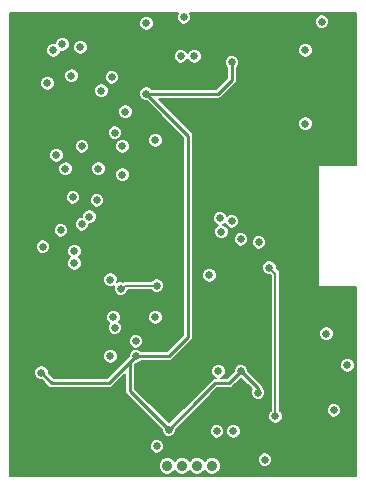
<source format=gbr>
G04 (created by PCBNEW (22-Jun-2014 BZR 4027)-stable) date Tue 07 Jul 2015 09:18:42 PM CDT*
%MOIN*%
G04 Gerber Fmt 3.4, Leading zero omitted, Abs format*
%FSLAX34Y34*%
G01*
G70*
G90*
G04 APERTURE LIST*
%ADD10C,0.00590551*%
%ADD11C,0.0350394*%
%ADD12C,0.025*%
%ADD13C,0.01*%
%ADD14C,0.008*%
%ADD15C,0.00787402*%
G04 APERTURE END LIST*
G54D10*
G54D11*
X10900Y-20750D03*
X11400Y-20750D03*
X11900Y-20750D03*
X12400Y-20750D03*
G54D12*
X10250Y-8800D03*
X9900Y-9600D03*
X8750Y-14300D03*
X7800Y-7350D03*
X16650Y-7000D03*
X16800Y-20350D03*
X9250Y-10700D03*
X12600Y-18950D03*
X12300Y-11350D03*
X7000Y-12000D03*
X6350Y-13350D03*
X12550Y-16450D03*
X6500Y-15050D03*
X10450Y-7050D03*
X12250Y-7050D03*
X16400Y-8500D03*
X7150Y-10800D03*
X6000Y-10550D03*
X6000Y-11100D03*
X16400Y-15950D03*
X12200Y-14750D03*
X9250Y-15200D03*
X6700Y-17650D03*
X9850Y-17100D03*
X10950Y-19550D03*
X13350Y-17600D03*
X13923Y-18323D03*
X10200Y-8350D03*
X13050Y-7300D03*
X10550Y-20100D03*
X9350Y-14850D03*
X10550Y-14750D03*
X13950Y-13300D03*
X13350Y-13200D03*
X8550Y-11900D03*
X7800Y-13600D03*
X8300Y-12450D03*
X7800Y-14000D03*
X8050Y-12700D03*
X9150Y-9650D03*
X7700Y-7750D03*
X9050Y-7800D03*
X15500Y-9350D03*
X15500Y-6900D03*
X14300Y-14150D03*
X14500Y-19100D03*
X11350Y-7100D03*
X11450Y-5800D03*
X6750Y-13450D03*
X9150Y-16150D03*
X8050Y-10100D03*
X11800Y-7100D03*
X10200Y-6000D03*
X8700Y-8250D03*
X9850Y-16600D03*
X7350Y-12900D03*
X9000Y-14550D03*
X7500Y-10850D03*
X8600Y-10850D03*
X10500Y-9900D03*
X9400Y-11050D03*
X7400Y-6700D03*
X7750Y-11800D03*
X6900Y-8000D03*
X12700Y-12950D03*
X16450Y-18900D03*
X12650Y-12500D03*
X16900Y-17400D03*
X16200Y-16350D03*
X8000Y-6800D03*
X9100Y-15800D03*
X9400Y-10100D03*
X12300Y-14400D03*
X9000Y-17100D03*
X10500Y-15800D03*
X12600Y-17600D03*
X9500Y-8950D03*
X7200Y-10400D03*
X13050Y-12600D03*
X12550Y-19600D03*
X13100Y-19600D03*
X16050Y-5950D03*
X14150Y-20550D03*
X7100Y-6900D03*
G54D13*
X8950Y-18000D02*
X9850Y-17100D01*
X7050Y-18000D02*
X8950Y-18000D01*
X6700Y-17650D02*
X7050Y-18000D01*
X9850Y-17100D02*
X10950Y-17100D01*
X10950Y-17100D02*
X11600Y-16450D01*
X11600Y-16450D02*
X11600Y-9750D01*
X11600Y-9750D02*
X10200Y-8350D01*
X9650Y-18250D02*
X10950Y-19550D01*
X9850Y-17100D02*
X9650Y-17300D01*
X9650Y-17300D02*
X9650Y-18250D01*
X12950Y-18000D02*
X13350Y-17600D01*
X10950Y-19550D02*
X11900Y-18600D01*
X11900Y-18600D02*
X12500Y-18000D01*
X12500Y-18000D02*
X12950Y-18000D01*
X13923Y-18173D02*
X13923Y-18323D01*
X13350Y-17600D02*
X13923Y-18173D01*
X13050Y-7300D02*
X13050Y-7900D01*
X13050Y-7900D02*
X12600Y-8350D01*
X12600Y-8350D02*
X10200Y-8350D01*
G54D14*
X9400Y-14850D02*
X9350Y-14850D01*
X9500Y-14750D02*
X9400Y-14850D01*
X10550Y-14750D02*
X9500Y-14750D01*
X14300Y-14150D02*
X14500Y-14350D01*
X14500Y-14350D02*
X14500Y-19100D01*
G54D10*
G36*
X17185Y-21097D02*
X17143Y-21097D01*
X17143Y-17351D01*
X17106Y-17262D01*
X17037Y-17194D01*
X16948Y-17156D01*
X16851Y-17156D01*
X16762Y-17193D01*
X16694Y-17262D01*
X16656Y-17351D01*
X16656Y-17448D01*
X16693Y-17537D01*
X16762Y-17605D01*
X16851Y-17643D01*
X16948Y-17643D01*
X17037Y-17606D01*
X17105Y-17537D01*
X17143Y-17448D01*
X17143Y-17351D01*
X17143Y-21097D01*
X16693Y-21097D01*
X16693Y-18851D01*
X16656Y-18762D01*
X16587Y-18694D01*
X16498Y-18656D01*
X16443Y-18656D01*
X16443Y-16301D01*
X16406Y-16212D01*
X16337Y-16144D01*
X16248Y-16106D01*
X16151Y-16106D01*
X16062Y-16143D01*
X15994Y-16212D01*
X15956Y-16301D01*
X15956Y-16398D01*
X15993Y-16487D01*
X16062Y-16555D01*
X16151Y-16593D01*
X16248Y-16593D01*
X16337Y-16556D01*
X16405Y-16487D01*
X16443Y-16398D01*
X16443Y-16301D01*
X16443Y-18656D01*
X16401Y-18656D01*
X16312Y-18693D01*
X16244Y-18762D01*
X16206Y-18851D01*
X16206Y-18948D01*
X16243Y-19037D01*
X16312Y-19105D01*
X16401Y-19143D01*
X16498Y-19143D01*
X16587Y-19106D01*
X16655Y-19037D01*
X16693Y-18948D01*
X16693Y-18851D01*
X16693Y-21097D01*
X15743Y-21097D01*
X15743Y-9301D01*
X15743Y-6851D01*
X15706Y-6762D01*
X15637Y-6694D01*
X15548Y-6656D01*
X15451Y-6656D01*
X15362Y-6693D01*
X15294Y-6762D01*
X15256Y-6851D01*
X15256Y-6948D01*
X15293Y-7037D01*
X15362Y-7105D01*
X15451Y-7143D01*
X15548Y-7143D01*
X15637Y-7106D01*
X15705Y-7037D01*
X15743Y-6948D01*
X15743Y-6851D01*
X15743Y-9301D01*
X15706Y-9212D01*
X15637Y-9144D01*
X15548Y-9106D01*
X15451Y-9106D01*
X15362Y-9143D01*
X15294Y-9212D01*
X15256Y-9301D01*
X15256Y-9398D01*
X15293Y-9487D01*
X15362Y-9555D01*
X15451Y-9593D01*
X15548Y-9593D01*
X15637Y-9556D01*
X15705Y-9487D01*
X15743Y-9398D01*
X15743Y-9301D01*
X15743Y-21097D01*
X14743Y-21097D01*
X14743Y-19051D01*
X14706Y-18962D01*
X14658Y-18914D01*
X14658Y-14350D01*
X14646Y-14289D01*
X14611Y-14238D01*
X14543Y-14169D01*
X14543Y-14101D01*
X14506Y-14012D01*
X14437Y-13944D01*
X14348Y-13906D01*
X14251Y-13906D01*
X14193Y-13931D01*
X14193Y-13251D01*
X14156Y-13162D01*
X14087Y-13094D01*
X13998Y-13056D01*
X13901Y-13056D01*
X13812Y-13093D01*
X13744Y-13162D01*
X13706Y-13251D01*
X13706Y-13348D01*
X13743Y-13437D01*
X13812Y-13505D01*
X13901Y-13543D01*
X13998Y-13543D01*
X14087Y-13506D01*
X14155Y-13437D01*
X14193Y-13348D01*
X14193Y-13251D01*
X14193Y-13931D01*
X14162Y-13943D01*
X14094Y-14012D01*
X14056Y-14101D01*
X14056Y-14198D01*
X14093Y-14287D01*
X14162Y-14355D01*
X14251Y-14393D01*
X14319Y-14393D01*
X14341Y-14415D01*
X14341Y-18914D01*
X14294Y-18962D01*
X14256Y-19051D01*
X14256Y-19148D01*
X14293Y-19237D01*
X14362Y-19305D01*
X14451Y-19343D01*
X14548Y-19343D01*
X14637Y-19306D01*
X14705Y-19237D01*
X14743Y-19148D01*
X14743Y-19051D01*
X14743Y-21097D01*
X14393Y-21097D01*
X14393Y-20501D01*
X14356Y-20412D01*
X14287Y-20344D01*
X14198Y-20306D01*
X14166Y-20306D01*
X14166Y-18274D01*
X14129Y-18185D01*
X14084Y-18140D01*
X14078Y-18108D01*
X14078Y-18108D01*
X14041Y-18054D01*
X14041Y-18054D01*
X13593Y-17605D01*
X13593Y-17551D01*
X13593Y-13151D01*
X13556Y-13062D01*
X13487Y-12994D01*
X13398Y-12956D01*
X13301Y-12956D01*
X13293Y-12960D01*
X13293Y-12551D01*
X13256Y-12462D01*
X13187Y-12394D01*
X13098Y-12356D01*
X13001Y-12356D01*
X12912Y-12393D01*
X12881Y-12424D01*
X12856Y-12362D01*
X12787Y-12294D01*
X12698Y-12256D01*
X12601Y-12256D01*
X12512Y-12293D01*
X12444Y-12362D01*
X12406Y-12451D01*
X12406Y-12548D01*
X12443Y-12637D01*
X12512Y-12705D01*
X12582Y-12735D01*
X12562Y-12743D01*
X12494Y-12812D01*
X12456Y-12901D01*
X12456Y-12998D01*
X12493Y-13087D01*
X12562Y-13155D01*
X12651Y-13193D01*
X12748Y-13193D01*
X12837Y-13156D01*
X12905Y-13087D01*
X12943Y-12998D01*
X12943Y-12901D01*
X12906Y-12812D01*
X12837Y-12744D01*
X12767Y-12714D01*
X12787Y-12706D01*
X12818Y-12675D01*
X12843Y-12737D01*
X12912Y-12805D01*
X13001Y-12843D01*
X13098Y-12843D01*
X13187Y-12806D01*
X13255Y-12737D01*
X13293Y-12648D01*
X13293Y-12551D01*
X13293Y-12960D01*
X13212Y-12993D01*
X13144Y-13062D01*
X13106Y-13151D01*
X13106Y-13248D01*
X13143Y-13337D01*
X13212Y-13405D01*
X13301Y-13443D01*
X13398Y-13443D01*
X13487Y-13406D01*
X13555Y-13337D01*
X13593Y-13248D01*
X13593Y-13151D01*
X13593Y-17551D01*
X13556Y-17462D01*
X13487Y-17394D01*
X13398Y-17356D01*
X13301Y-17356D01*
X13212Y-17393D01*
X13144Y-17462D01*
X13106Y-17551D01*
X13106Y-17605D01*
X12880Y-17831D01*
X12675Y-17831D01*
X12737Y-17806D01*
X12805Y-17737D01*
X12843Y-17648D01*
X12843Y-17551D01*
X12806Y-17462D01*
X12737Y-17394D01*
X12648Y-17356D01*
X12551Y-17356D01*
X12543Y-17360D01*
X12543Y-14351D01*
X12506Y-14262D01*
X12437Y-14194D01*
X12348Y-14156D01*
X12251Y-14156D01*
X12162Y-14193D01*
X12094Y-14262D01*
X12056Y-14351D01*
X12056Y-14448D01*
X12093Y-14537D01*
X12162Y-14605D01*
X12251Y-14643D01*
X12348Y-14643D01*
X12437Y-14606D01*
X12505Y-14537D01*
X12543Y-14448D01*
X12543Y-14351D01*
X12543Y-17360D01*
X12462Y-17393D01*
X12394Y-17462D01*
X12356Y-17551D01*
X12356Y-17648D01*
X12393Y-17737D01*
X12462Y-17805D01*
X12524Y-17831D01*
X12500Y-17831D01*
X12435Y-17844D01*
X12381Y-17881D01*
X12381Y-17881D01*
X11781Y-18481D01*
X11781Y-18481D01*
X10955Y-19306D01*
X10944Y-19306D01*
X9818Y-18180D01*
X9818Y-17369D01*
X9844Y-17343D01*
X9844Y-17343D01*
X9898Y-17343D01*
X9987Y-17306D01*
X10025Y-17268D01*
X10949Y-17268D01*
X10950Y-17268D01*
X10950Y-17268D01*
X11014Y-17255D01*
X11068Y-17218D01*
X11718Y-16568D01*
X11718Y-16568D01*
X11718Y-16568D01*
X11755Y-16514D01*
X11768Y-16450D01*
X11768Y-9750D01*
X11755Y-9685D01*
X11718Y-9631D01*
X11718Y-9631D01*
X10605Y-8518D01*
X12599Y-8518D01*
X12600Y-8518D01*
X12600Y-8518D01*
X12664Y-8505D01*
X12718Y-8468D01*
X13168Y-8018D01*
X13205Y-7964D01*
X13218Y-7900D01*
X13218Y-7475D01*
X13255Y-7437D01*
X13293Y-7348D01*
X13293Y-7251D01*
X13256Y-7162D01*
X13187Y-7094D01*
X13098Y-7056D01*
X13001Y-7056D01*
X12912Y-7093D01*
X12844Y-7162D01*
X12806Y-7251D01*
X12806Y-7348D01*
X12843Y-7437D01*
X12881Y-7475D01*
X12881Y-7830D01*
X12530Y-8181D01*
X12043Y-8181D01*
X12043Y-7051D01*
X12006Y-6962D01*
X11937Y-6894D01*
X11848Y-6856D01*
X11751Y-6856D01*
X11662Y-6893D01*
X11594Y-6962D01*
X11574Y-7007D01*
X11556Y-6962D01*
X11487Y-6894D01*
X11398Y-6856D01*
X11301Y-6856D01*
X11212Y-6893D01*
X11144Y-6962D01*
X11106Y-7051D01*
X11106Y-7148D01*
X11143Y-7237D01*
X11212Y-7305D01*
X11301Y-7343D01*
X11398Y-7343D01*
X11487Y-7306D01*
X11555Y-7237D01*
X11575Y-7192D01*
X11593Y-7237D01*
X11662Y-7305D01*
X11751Y-7343D01*
X11848Y-7343D01*
X11937Y-7306D01*
X12005Y-7237D01*
X12043Y-7148D01*
X12043Y-7051D01*
X12043Y-8181D01*
X10443Y-8181D01*
X10443Y-5951D01*
X10406Y-5862D01*
X10337Y-5794D01*
X10248Y-5756D01*
X10151Y-5756D01*
X10062Y-5793D01*
X9994Y-5862D01*
X9956Y-5951D01*
X9956Y-6048D01*
X9993Y-6137D01*
X10062Y-6205D01*
X10151Y-6243D01*
X10248Y-6243D01*
X10337Y-6206D01*
X10405Y-6137D01*
X10443Y-6048D01*
X10443Y-5951D01*
X10443Y-8181D01*
X10375Y-8181D01*
X10337Y-8144D01*
X10248Y-8106D01*
X10151Y-8106D01*
X10062Y-8143D01*
X9994Y-8212D01*
X9956Y-8301D01*
X9956Y-8398D01*
X9993Y-8487D01*
X10062Y-8555D01*
X10151Y-8593D01*
X10205Y-8593D01*
X11431Y-9819D01*
X11431Y-16380D01*
X10880Y-16931D01*
X10793Y-16931D01*
X10793Y-14701D01*
X10756Y-14612D01*
X10743Y-14599D01*
X10743Y-9851D01*
X10706Y-9762D01*
X10637Y-9694D01*
X10548Y-9656D01*
X10451Y-9656D01*
X10362Y-9693D01*
X10294Y-9762D01*
X10256Y-9851D01*
X10256Y-9948D01*
X10293Y-10037D01*
X10362Y-10105D01*
X10451Y-10143D01*
X10548Y-10143D01*
X10637Y-10106D01*
X10705Y-10037D01*
X10743Y-9948D01*
X10743Y-9851D01*
X10743Y-14599D01*
X10687Y-14544D01*
X10598Y-14506D01*
X10501Y-14506D01*
X10412Y-14543D01*
X10364Y-14591D01*
X9743Y-14591D01*
X9743Y-8901D01*
X9706Y-8812D01*
X9637Y-8744D01*
X9548Y-8706D01*
X9451Y-8706D01*
X9362Y-8743D01*
X9294Y-8812D01*
X9293Y-8814D01*
X9293Y-7751D01*
X9256Y-7662D01*
X9187Y-7594D01*
X9098Y-7556D01*
X9001Y-7556D01*
X8912Y-7593D01*
X8844Y-7662D01*
X8806Y-7751D01*
X8806Y-7848D01*
X8843Y-7937D01*
X8912Y-8005D01*
X9001Y-8043D01*
X9098Y-8043D01*
X9187Y-8006D01*
X9255Y-7937D01*
X9293Y-7848D01*
X9293Y-7751D01*
X9293Y-8814D01*
X9256Y-8901D01*
X9256Y-8998D01*
X9293Y-9087D01*
X9362Y-9155D01*
X9451Y-9193D01*
X9548Y-9193D01*
X9637Y-9156D01*
X9705Y-9087D01*
X9743Y-8998D01*
X9743Y-8901D01*
X9743Y-14591D01*
X9643Y-14591D01*
X9643Y-11001D01*
X9643Y-10051D01*
X9606Y-9962D01*
X9537Y-9894D01*
X9448Y-9856D01*
X9393Y-9856D01*
X9393Y-9601D01*
X9356Y-9512D01*
X9287Y-9444D01*
X9198Y-9406D01*
X9101Y-9406D01*
X9012Y-9443D01*
X8944Y-9512D01*
X8943Y-9514D01*
X8943Y-8201D01*
X8906Y-8112D01*
X8837Y-8044D01*
X8748Y-8006D01*
X8651Y-8006D01*
X8562Y-8043D01*
X8494Y-8112D01*
X8456Y-8201D01*
X8456Y-8298D01*
X8493Y-8387D01*
X8562Y-8455D01*
X8651Y-8493D01*
X8748Y-8493D01*
X8837Y-8456D01*
X8905Y-8387D01*
X8943Y-8298D01*
X8943Y-8201D01*
X8943Y-9514D01*
X8906Y-9601D01*
X8906Y-9698D01*
X8943Y-9787D01*
X9012Y-9855D01*
X9101Y-9893D01*
X9198Y-9893D01*
X9287Y-9856D01*
X9355Y-9787D01*
X9393Y-9698D01*
X9393Y-9601D01*
X9393Y-9856D01*
X9351Y-9856D01*
X9262Y-9893D01*
X9194Y-9962D01*
X9156Y-10051D01*
X9156Y-10148D01*
X9193Y-10237D01*
X9262Y-10305D01*
X9351Y-10343D01*
X9448Y-10343D01*
X9537Y-10306D01*
X9605Y-10237D01*
X9643Y-10148D01*
X9643Y-10051D01*
X9643Y-11001D01*
X9606Y-10912D01*
X9537Y-10844D01*
X9448Y-10806D01*
X9351Y-10806D01*
X9262Y-10843D01*
X9194Y-10912D01*
X9156Y-11001D01*
X9156Y-11098D01*
X9193Y-11187D01*
X9262Y-11255D01*
X9351Y-11293D01*
X9448Y-11293D01*
X9537Y-11256D01*
X9605Y-11187D01*
X9643Y-11098D01*
X9643Y-11001D01*
X9643Y-14591D01*
X9500Y-14591D01*
X9439Y-14603D01*
X9421Y-14616D01*
X9398Y-14606D01*
X9301Y-14606D01*
X9226Y-14637D01*
X9243Y-14598D01*
X9243Y-14501D01*
X9206Y-14412D01*
X9137Y-14344D01*
X9048Y-14306D01*
X8951Y-14306D01*
X8862Y-14343D01*
X8843Y-14363D01*
X8843Y-10801D01*
X8806Y-10712D01*
X8737Y-10644D01*
X8648Y-10606D01*
X8551Y-10606D01*
X8462Y-10643D01*
X8394Y-10712D01*
X8356Y-10801D01*
X8356Y-10898D01*
X8393Y-10987D01*
X8462Y-11055D01*
X8551Y-11093D01*
X8648Y-11093D01*
X8737Y-11056D01*
X8805Y-10987D01*
X8843Y-10898D01*
X8843Y-10801D01*
X8843Y-14363D01*
X8794Y-14412D01*
X8793Y-14414D01*
X8793Y-11851D01*
X8756Y-11762D01*
X8687Y-11694D01*
X8598Y-11656D01*
X8501Y-11656D01*
X8412Y-11693D01*
X8344Y-11762D01*
X8306Y-11851D01*
X8306Y-11948D01*
X8343Y-12037D01*
X8412Y-12105D01*
X8501Y-12143D01*
X8598Y-12143D01*
X8687Y-12106D01*
X8755Y-12037D01*
X8793Y-11948D01*
X8793Y-11851D01*
X8793Y-14414D01*
X8756Y-14501D01*
X8756Y-14598D01*
X8793Y-14687D01*
X8862Y-14755D01*
X8951Y-14793D01*
X9048Y-14793D01*
X9123Y-14762D01*
X9106Y-14801D01*
X9106Y-14898D01*
X9143Y-14987D01*
X9212Y-15055D01*
X9301Y-15093D01*
X9398Y-15093D01*
X9487Y-15056D01*
X9555Y-14987D01*
X9589Y-14908D01*
X10364Y-14908D01*
X10412Y-14955D01*
X10501Y-14993D01*
X10598Y-14993D01*
X10687Y-14956D01*
X10755Y-14887D01*
X10793Y-14798D01*
X10793Y-14701D01*
X10793Y-16931D01*
X10743Y-16931D01*
X10743Y-15751D01*
X10706Y-15662D01*
X10637Y-15594D01*
X10548Y-15556D01*
X10451Y-15556D01*
X10362Y-15593D01*
X10294Y-15662D01*
X10256Y-15751D01*
X10256Y-15848D01*
X10293Y-15937D01*
X10362Y-16005D01*
X10451Y-16043D01*
X10548Y-16043D01*
X10637Y-16006D01*
X10705Y-15937D01*
X10743Y-15848D01*
X10743Y-15751D01*
X10743Y-16931D01*
X10093Y-16931D01*
X10093Y-16551D01*
X10056Y-16462D01*
X9987Y-16394D01*
X9898Y-16356D01*
X9801Y-16356D01*
X9712Y-16393D01*
X9644Y-16462D01*
X9606Y-16551D01*
X9606Y-16648D01*
X9643Y-16737D01*
X9712Y-16805D01*
X9801Y-16843D01*
X9898Y-16843D01*
X9987Y-16806D01*
X10055Y-16737D01*
X10093Y-16648D01*
X10093Y-16551D01*
X10093Y-16931D01*
X10025Y-16931D01*
X9987Y-16894D01*
X9898Y-16856D01*
X9801Y-16856D01*
X9712Y-16893D01*
X9644Y-16962D01*
X9606Y-17051D01*
X9606Y-17105D01*
X9606Y-17105D01*
X9531Y-17181D01*
X9531Y-17181D01*
X9531Y-17181D01*
X9393Y-17319D01*
X9393Y-16101D01*
X9356Y-16012D01*
X9293Y-15949D01*
X9305Y-15937D01*
X9343Y-15848D01*
X9343Y-15751D01*
X9306Y-15662D01*
X9237Y-15594D01*
X9148Y-15556D01*
X9051Y-15556D01*
X8962Y-15593D01*
X8894Y-15662D01*
X8856Y-15751D01*
X8856Y-15848D01*
X8893Y-15937D01*
X8956Y-16000D01*
X8944Y-16012D01*
X8906Y-16101D01*
X8906Y-16198D01*
X8943Y-16287D01*
X9012Y-16355D01*
X9101Y-16393D01*
X9198Y-16393D01*
X9287Y-16356D01*
X9355Y-16287D01*
X9393Y-16198D01*
X9393Y-16101D01*
X9393Y-17319D01*
X9243Y-17469D01*
X9243Y-17051D01*
X9206Y-16962D01*
X9137Y-16894D01*
X9048Y-16856D01*
X8951Y-16856D01*
X8862Y-16893D01*
X8794Y-16962D01*
X8756Y-17051D01*
X8756Y-17148D01*
X8793Y-17237D01*
X8862Y-17305D01*
X8951Y-17343D01*
X9048Y-17343D01*
X9137Y-17306D01*
X9205Y-17237D01*
X9243Y-17148D01*
X9243Y-17051D01*
X9243Y-17469D01*
X8880Y-17831D01*
X8543Y-17831D01*
X8543Y-12401D01*
X8506Y-12312D01*
X8437Y-12244D01*
X8348Y-12206D01*
X8293Y-12206D01*
X8293Y-10051D01*
X8256Y-9962D01*
X8243Y-9949D01*
X8243Y-6751D01*
X8206Y-6662D01*
X8137Y-6594D01*
X8048Y-6556D01*
X7951Y-6556D01*
X7862Y-6593D01*
X7794Y-6662D01*
X7756Y-6751D01*
X7756Y-6848D01*
X7793Y-6937D01*
X7862Y-7005D01*
X7951Y-7043D01*
X8048Y-7043D01*
X8137Y-7006D01*
X8205Y-6937D01*
X8243Y-6848D01*
X8243Y-6751D01*
X8243Y-9949D01*
X8187Y-9894D01*
X8098Y-9856D01*
X8001Y-9856D01*
X7943Y-9881D01*
X7943Y-7701D01*
X7906Y-7612D01*
X7837Y-7544D01*
X7748Y-7506D01*
X7651Y-7506D01*
X7643Y-7510D01*
X7643Y-6651D01*
X7606Y-6562D01*
X7537Y-6494D01*
X7448Y-6456D01*
X7351Y-6456D01*
X7262Y-6493D01*
X7194Y-6562D01*
X7156Y-6651D01*
X7156Y-6660D01*
X7148Y-6656D01*
X7051Y-6656D01*
X6962Y-6693D01*
X6894Y-6762D01*
X6856Y-6851D01*
X6856Y-6948D01*
X6893Y-7037D01*
X6962Y-7105D01*
X7051Y-7143D01*
X7148Y-7143D01*
X7237Y-7106D01*
X7305Y-7037D01*
X7343Y-6948D01*
X7343Y-6939D01*
X7351Y-6943D01*
X7448Y-6943D01*
X7537Y-6906D01*
X7605Y-6837D01*
X7643Y-6748D01*
X7643Y-6651D01*
X7643Y-7510D01*
X7562Y-7543D01*
X7494Y-7612D01*
X7456Y-7701D01*
X7456Y-7798D01*
X7493Y-7887D01*
X7562Y-7955D01*
X7651Y-7993D01*
X7748Y-7993D01*
X7837Y-7956D01*
X7905Y-7887D01*
X7943Y-7798D01*
X7943Y-7701D01*
X7943Y-9881D01*
X7912Y-9893D01*
X7844Y-9962D01*
X7806Y-10051D01*
X7806Y-10148D01*
X7843Y-10237D01*
X7912Y-10305D01*
X8001Y-10343D01*
X8098Y-10343D01*
X8187Y-10306D01*
X8255Y-10237D01*
X8293Y-10148D01*
X8293Y-10051D01*
X8293Y-12206D01*
X8251Y-12206D01*
X8162Y-12243D01*
X8094Y-12312D01*
X8056Y-12401D01*
X8056Y-12456D01*
X8001Y-12456D01*
X7993Y-12460D01*
X7993Y-11751D01*
X7956Y-11662D01*
X7887Y-11594D01*
X7798Y-11556D01*
X7743Y-11556D01*
X7743Y-10801D01*
X7706Y-10712D01*
X7637Y-10644D01*
X7548Y-10606D01*
X7451Y-10606D01*
X7443Y-10610D01*
X7443Y-10351D01*
X7406Y-10262D01*
X7337Y-10194D01*
X7248Y-10156D01*
X7151Y-10156D01*
X7143Y-10160D01*
X7143Y-7951D01*
X7106Y-7862D01*
X7037Y-7794D01*
X6948Y-7756D01*
X6851Y-7756D01*
X6762Y-7793D01*
X6694Y-7862D01*
X6656Y-7951D01*
X6656Y-8048D01*
X6693Y-8137D01*
X6762Y-8205D01*
X6851Y-8243D01*
X6948Y-8243D01*
X7037Y-8206D01*
X7105Y-8137D01*
X7143Y-8048D01*
X7143Y-7951D01*
X7143Y-10160D01*
X7062Y-10193D01*
X6994Y-10262D01*
X6956Y-10351D01*
X6956Y-10448D01*
X6993Y-10537D01*
X7062Y-10605D01*
X7151Y-10643D01*
X7248Y-10643D01*
X7337Y-10606D01*
X7405Y-10537D01*
X7443Y-10448D01*
X7443Y-10351D01*
X7443Y-10610D01*
X7362Y-10643D01*
X7294Y-10712D01*
X7256Y-10801D01*
X7256Y-10898D01*
X7293Y-10987D01*
X7362Y-11055D01*
X7451Y-11093D01*
X7548Y-11093D01*
X7637Y-11056D01*
X7705Y-10987D01*
X7743Y-10898D01*
X7743Y-10801D01*
X7743Y-11556D01*
X7701Y-11556D01*
X7612Y-11593D01*
X7544Y-11662D01*
X7506Y-11751D01*
X7506Y-11848D01*
X7543Y-11937D01*
X7612Y-12005D01*
X7701Y-12043D01*
X7798Y-12043D01*
X7887Y-12006D01*
X7955Y-11937D01*
X7993Y-11848D01*
X7993Y-11751D01*
X7993Y-12460D01*
X7912Y-12493D01*
X7844Y-12562D01*
X7806Y-12651D01*
X7806Y-12748D01*
X7843Y-12837D01*
X7912Y-12905D01*
X8001Y-12943D01*
X8098Y-12943D01*
X8187Y-12906D01*
X8255Y-12837D01*
X8293Y-12748D01*
X8293Y-12693D01*
X8348Y-12693D01*
X8437Y-12656D01*
X8505Y-12587D01*
X8543Y-12498D01*
X8543Y-12401D01*
X8543Y-17831D01*
X8043Y-17831D01*
X8043Y-13951D01*
X8006Y-13862D01*
X7943Y-13799D01*
X8005Y-13737D01*
X8043Y-13648D01*
X8043Y-13551D01*
X8006Y-13462D01*
X7937Y-13394D01*
X7848Y-13356D01*
X7751Y-13356D01*
X7662Y-13393D01*
X7594Y-13462D01*
X7593Y-13464D01*
X7593Y-12851D01*
X7556Y-12762D01*
X7487Y-12694D01*
X7398Y-12656D01*
X7301Y-12656D01*
X7212Y-12693D01*
X7144Y-12762D01*
X7106Y-12851D01*
X7106Y-12948D01*
X7143Y-13037D01*
X7212Y-13105D01*
X7301Y-13143D01*
X7398Y-13143D01*
X7487Y-13106D01*
X7555Y-13037D01*
X7593Y-12948D01*
X7593Y-12851D01*
X7593Y-13464D01*
X7556Y-13551D01*
X7556Y-13648D01*
X7593Y-13737D01*
X7656Y-13800D01*
X7594Y-13862D01*
X7556Y-13951D01*
X7556Y-14048D01*
X7593Y-14137D01*
X7662Y-14205D01*
X7751Y-14243D01*
X7848Y-14243D01*
X7937Y-14206D01*
X8005Y-14137D01*
X8043Y-14048D01*
X8043Y-13951D01*
X8043Y-17831D01*
X7119Y-17831D01*
X6993Y-17705D01*
X6993Y-13401D01*
X6956Y-13312D01*
X6887Y-13244D01*
X6798Y-13206D01*
X6701Y-13206D01*
X6612Y-13243D01*
X6544Y-13312D01*
X6506Y-13401D01*
X6506Y-13498D01*
X6543Y-13587D01*
X6612Y-13655D01*
X6701Y-13693D01*
X6798Y-13693D01*
X6887Y-13656D01*
X6955Y-13587D01*
X6993Y-13498D01*
X6993Y-13401D01*
X6993Y-17705D01*
X6943Y-17655D01*
X6943Y-17601D01*
X6906Y-17512D01*
X6837Y-17444D01*
X6748Y-17406D01*
X6651Y-17406D01*
X6562Y-17443D01*
X6494Y-17512D01*
X6456Y-17601D01*
X6456Y-17698D01*
X6493Y-17787D01*
X6562Y-17855D01*
X6651Y-17893D01*
X6705Y-17893D01*
X6931Y-18118D01*
X6931Y-18118D01*
X6985Y-18155D01*
X6985Y-18155D01*
X7037Y-18165D01*
X7049Y-18168D01*
X7049Y-18168D01*
X7050Y-18168D01*
X8949Y-18168D01*
X8950Y-18168D01*
X8950Y-18168D01*
X9014Y-18155D01*
X9068Y-18118D01*
X9481Y-17705D01*
X9481Y-18249D01*
X9481Y-18250D01*
X9494Y-18314D01*
X9531Y-18368D01*
X10706Y-19544D01*
X10706Y-19598D01*
X10743Y-19687D01*
X10812Y-19755D01*
X10901Y-19793D01*
X10998Y-19793D01*
X11087Y-19756D01*
X11155Y-19687D01*
X11193Y-19598D01*
X11193Y-19544D01*
X12018Y-18718D01*
X12018Y-18718D01*
X12018Y-18718D01*
X12569Y-18168D01*
X12949Y-18168D01*
X12950Y-18168D01*
X12950Y-18168D01*
X13014Y-18155D01*
X13068Y-18118D01*
X13344Y-17843D01*
X13355Y-17843D01*
X13711Y-18198D01*
X13679Y-18274D01*
X13679Y-18371D01*
X13716Y-18460D01*
X13785Y-18528D01*
X13874Y-18566D01*
X13971Y-18566D01*
X14060Y-18529D01*
X14128Y-18460D01*
X14166Y-18371D01*
X14166Y-18274D01*
X14166Y-20306D01*
X14101Y-20306D01*
X14012Y-20343D01*
X13944Y-20412D01*
X13906Y-20501D01*
X13906Y-20598D01*
X13943Y-20687D01*
X14012Y-20755D01*
X14101Y-20793D01*
X14198Y-20793D01*
X14287Y-20756D01*
X14355Y-20687D01*
X14393Y-20598D01*
X14393Y-20501D01*
X14393Y-21097D01*
X13343Y-21097D01*
X13343Y-19551D01*
X13306Y-19462D01*
X13237Y-19394D01*
X13148Y-19356D01*
X13051Y-19356D01*
X12962Y-19393D01*
X12894Y-19462D01*
X12856Y-19551D01*
X12856Y-19648D01*
X12893Y-19737D01*
X12962Y-19805D01*
X13051Y-19843D01*
X13148Y-19843D01*
X13237Y-19806D01*
X13305Y-19737D01*
X13343Y-19648D01*
X13343Y-19551D01*
X13343Y-21097D01*
X12793Y-21097D01*
X12793Y-19551D01*
X12756Y-19462D01*
X12687Y-19394D01*
X12598Y-19356D01*
X12501Y-19356D01*
X12412Y-19393D01*
X12344Y-19462D01*
X12306Y-19551D01*
X12306Y-19648D01*
X12343Y-19737D01*
X12412Y-19805D01*
X12501Y-19843D01*
X12598Y-19843D01*
X12687Y-19806D01*
X12755Y-19737D01*
X12793Y-19648D01*
X12793Y-19551D01*
X12793Y-21097D01*
X12693Y-21097D01*
X12693Y-20691D01*
X12648Y-20584D01*
X12566Y-20501D01*
X12458Y-20456D01*
X12341Y-20456D01*
X12234Y-20501D01*
X12151Y-20583D01*
X12150Y-20587D01*
X12148Y-20584D01*
X12066Y-20501D01*
X11958Y-20456D01*
X11841Y-20456D01*
X11734Y-20501D01*
X11651Y-20583D01*
X11650Y-20587D01*
X11648Y-20584D01*
X11566Y-20501D01*
X11458Y-20456D01*
X11341Y-20456D01*
X11234Y-20501D01*
X11151Y-20583D01*
X11150Y-20587D01*
X11148Y-20584D01*
X11066Y-20501D01*
X10958Y-20456D01*
X10841Y-20456D01*
X10793Y-20476D01*
X10793Y-20051D01*
X10756Y-19962D01*
X10687Y-19894D01*
X10598Y-19856D01*
X10501Y-19856D01*
X10412Y-19893D01*
X10344Y-19962D01*
X10306Y-20051D01*
X10306Y-20148D01*
X10343Y-20237D01*
X10412Y-20305D01*
X10501Y-20343D01*
X10598Y-20343D01*
X10687Y-20306D01*
X10755Y-20237D01*
X10793Y-20148D01*
X10793Y-20051D01*
X10793Y-20476D01*
X10734Y-20501D01*
X10651Y-20583D01*
X10606Y-20691D01*
X10606Y-20808D01*
X10651Y-20915D01*
X10733Y-20998D01*
X10841Y-21043D01*
X10958Y-21043D01*
X11065Y-20998D01*
X11148Y-20916D01*
X11149Y-20912D01*
X11151Y-20915D01*
X11233Y-20998D01*
X11341Y-21043D01*
X11458Y-21043D01*
X11565Y-20998D01*
X11648Y-20916D01*
X11649Y-20912D01*
X11651Y-20915D01*
X11733Y-20998D01*
X11841Y-21043D01*
X11958Y-21043D01*
X12065Y-20998D01*
X12148Y-20916D01*
X12149Y-20912D01*
X12151Y-20915D01*
X12233Y-20998D01*
X12341Y-21043D01*
X12458Y-21043D01*
X12565Y-20998D01*
X12648Y-20916D01*
X12693Y-20808D01*
X12693Y-20691D01*
X12693Y-21097D01*
X5649Y-21097D01*
X5649Y-5649D01*
X11256Y-5649D01*
X11244Y-5662D01*
X11206Y-5751D01*
X11206Y-5848D01*
X11243Y-5937D01*
X11312Y-6005D01*
X11401Y-6043D01*
X11498Y-6043D01*
X11587Y-6006D01*
X11655Y-5937D01*
X11693Y-5848D01*
X11693Y-5751D01*
X11656Y-5662D01*
X11643Y-5649D01*
X17185Y-5649D01*
X17185Y-10710D01*
X16293Y-10710D01*
X16293Y-5901D01*
X16256Y-5812D01*
X16187Y-5744D01*
X16098Y-5706D01*
X16001Y-5706D01*
X15912Y-5743D01*
X15844Y-5812D01*
X15806Y-5901D01*
X15806Y-5998D01*
X15843Y-6087D01*
X15912Y-6155D01*
X16001Y-6193D01*
X16098Y-6193D01*
X16187Y-6156D01*
X16255Y-6087D01*
X16293Y-5998D01*
X16293Y-5901D01*
X16293Y-10710D01*
X15910Y-10710D01*
X15910Y-14789D01*
X17185Y-14789D01*
X17185Y-21097D01*
X17185Y-21097D01*
G37*
G54D15*
X17185Y-21097D02*
X17143Y-21097D01*
X17143Y-17351D01*
X17106Y-17262D01*
X17037Y-17194D01*
X16948Y-17156D01*
X16851Y-17156D01*
X16762Y-17193D01*
X16694Y-17262D01*
X16656Y-17351D01*
X16656Y-17448D01*
X16693Y-17537D01*
X16762Y-17605D01*
X16851Y-17643D01*
X16948Y-17643D01*
X17037Y-17606D01*
X17105Y-17537D01*
X17143Y-17448D01*
X17143Y-17351D01*
X17143Y-21097D01*
X16693Y-21097D01*
X16693Y-18851D01*
X16656Y-18762D01*
X16587Y-18694D01*
X16498Y-18656D01*
X16443Y-18656D01*
X16443Y-16301D01*
X16406Y-16212D01*
X16337Y-16144D01*
X16248Y-16106D01*
X16151Y-16106D01*
X16062Y-16143D01*
X15994Y-16212D01*
X15956Y-16301D01*
X15956Y-16398D01*
X15993Y-16487D01*
X16062Y-16555D01*
X16151Y-16593D01*
X16248Y-16593D01*
X16337Y-16556D01*
X16405Y-16487D01*
X16443Y-16398D01*
X16443Y-16301D01*
X16443Y-18656D01*
X16401Y-18656D01*
X16312Y-18693D01*
X16244Y-18762D01*
X16206Y-18851D01*
X16206Y-18948D01*
X16243Y-19037D01*
X16312Y-19105D01*
X16401Y-19143D01*
X16498Y-19143D01*
X16587Y-19106D01*
X16655Y-19037D01*
X16693Y-18948D01*
X16693Y-18851D01*
X16693Y-21097D01*
X15743Y-21097D01*
X15743Y-9301D01*
X15743Y-6851D01*
X15706Y-6762D01*
X15637Y-6694D01*
X15548Y-6656D01*
X15451Y-6656D01*
X15362Y-6693D01*
X15294Y-6762D01*
X15256Y-6851D01*
X15256Y-6948D01*
X15293Y-7037D01*
X15362Y-7105D01*
X15451Y-7143D01*
X15548Y-7143D01*
X15637Y-7106D01*
X15705Y-7037D01*
X15743Y-6948D01*
X15743Y-6851D01*
X15743Y-9301D01*
X15706Y-9212D01*
X15637Y-9144D01*
X15548Y-9106D01*
X15451Y-9106D01*
X15362Y-9143D01*
X15294Y-9212D01*
X15256Y-9301D01*
X15256Y-9398D01*
X15293Y-9487D01*
X15362Y-9555D01*
X15451Y-9593D01*
X15548Y-9593D01*
X15637Y-9556D01*
X15705Y-9487D01*
X15743Y-9398D01*
X15743Y-9301D01*
X15743Y-21097D01*
X14743Y-21097D01*
X14743Y-19051D01*
X14706Y-18962D01*
X14658Y-18914D01*
X14658Y-14350D01*
X14646Y-14289D01*
X14611Y-14238D01*
X14543Y-14169D01*
X14543Y-14101D01*
X14506Y-14012D01*
X14437Y-13944D01*
X14348Y-13906D01*
X14251Y-13906D01*
X14193Y-13931D01*
X14193Y-13251D01*
X14156Y-13162D01*
X14087Y-13094D01*
X13998Y-13056D01*
X13901Y-13056D01*
X13812Y-13093D01*
X13744Y-13162D01*
X13706Y-13251D01*
X13706Y-13348D01*
X13743Y-13437D01*
X13812Y-13505D01*
X13901Y-13543D01*
X13998Y-13543D01*
X14087Y-13506D01*
X14155Y-13437D01*
X14193Y-13348D01*
X14193Y-13251D01*
X14193Y-13931D01*
X14162Y-13943D01*
X14094Y-14012D01*
X14056Y-14101D01*
X14056Y-14198D01*
X14093Y-14287D01*
X14162Y-14355D01*
X14251Y-14393D01*
X14319Y-14393D01*
X14341Y-14415D01*
X14341Y-18914D01*
X14294Y-18962D01*
X14256Y-19051D01*
X14256Y-19148D01*
X14293Y-19237D01*
X14362Y-19305D01*
X14451Y-19343D01*
X14548Y-19343D01*
X14637Y-19306D01*
X14705Y-19237D01*
X14743Y-19148D01*
X14743Y-19051D01*
X14743Y-21097D01*
X14393Y-21097D01*
X14393Y-20501D01*
X14356Y-20412D01*
X14287Y-20344D01*
X14198Y-20306D01*
X14166Y-20306D01*
X14166Y-18274D01*
X14129Y-18185D01*
X14084Y-18140D01*
X14078Y-18108D01*
X14078Y-18108D01*
X14041Y-18054D01*
X14041Y-18054D01*
X13593Y-17605D01*
X13593Y-17551D01*
X13593Y-13151D01*
X13556Y-13062D01*
X13487Y-12994D01*
X13398Y-12956D01*
X13301Y-12956D01*
X13293Y-12960D01*
X13293Y-12551D01*
X13256Y-12462D01*
X13187Y-12394D01*
X13098Y-12356D01*
X13001Y-12356D01*
X12912Y-12393D01*
X12881Y-12424D01*
X12856Y-12362D01*
X12787Y-12294D01*
X12698Y-12256D01*
X12601Y-12256D01*
X12512Y-12293D01*
X12444Y-12362D01*
X12406Y-12451D01*
X12406Y-12548D01*
X12443Y-12637D01*
X12512Y-12705D01*
X12582Y-12735D01*
X12562Y-12743D01*
X12494Y-12812D01*
X12456Y-12901D01*
X12456Y-12998D01*
X12493Y-13087D01*
X12562Y-13155D01*
X12651Y-13193D01*
X12748Y-13193D01*
X12837Y-13156D01*
X12905Y-13087D01*
X12943Y-12998D01*
X12943Y-12901D01*
X12906Y-12812D01*
X12837Y-12744D01*
X12767Y-12714D01*
X12787Y-12706D01*
X12818Y-12675D01*
X12843Y-12737D01*
X12912Y-12805D01*
X13001Y-12843D01*
X13098Y-12843D01*
X13187Y-12806D01*
X13255Y-12737D01*
X13293Y-12648D01*
X13293Y-12551D01*
X13293Y-12960D01*
X13212Y-12993D01*
X13144Y-13062D01*
X13106Y-13151D01*
X13106Y-13248D01*
X13143Y-13337D01*
X13212Y-13405D01*
X13301Y-13443D01*
X13398Y-13443D01*
X13487Y-13406D01*
X13555Y-13337D01*
X13593Y-13248D01*
X13593Y-13151D01*
X13593Y-17551D01*
X13556Y-17462D01*
X13487Y-17394D01*
X13398Y-17356D01*
X13301Y-17356D01*
X13212Y-17393D01*
X13144Y-17462D01*
X13106Y-17551D01*
X13106Y-17605D01*
X12880Y-17831D01*
X12675Y-17831D01*
X12737Y-17806D01*
X12805Y-17737D01*
X12843Y-17648D01*
X12843Y-17551D01*
X12806Y-17462D01*
X12737Y-17394D01*
X12648Y-17356D01*
X12551Y-17356D01*
X12543Y-17360D01*
X12543Y-14351D01*
X12506Y-14262D01*
X12437Y-14194D01*
X12348Y-14156D01*
X12251Y-14156D01*
X12162Y-14193D01*
X12094Y-14262D01*
X12056Y-14351D01*
X12056Y-14448D01*
X12093Y-14537D01*
X12162Y-14605D01*
X12251Y-14643D01*
X12348Y-14643D01*
X12437Y-14606D01*
X12505Y-14537D01*
X12543Y-14448D01*
X12543Y-14351D01*
X12543Y-17360D01*
X12462Y-17393D01*
X12394Y-17462D01*
X12356Y-17551D01*
X12356Y-17648D01*
X12393Y-17737D01*
X12462Y-17805D01*
X12524Y-17831D01*
X12500Y-17831D01*
X12435Y-17844D01*
X12381Y-17881D01*
X12381Y-17881D01*
X11781Y-18481D01*
X11781Y-18481D01*
X10955Y-19306D01*
X10944Y-19306D01*
X9818Y-18180D01*
X9818Y-17369D01*
X9844Y-17343D01*
X9844Y-17343D01*
X9898Y-17343D01*
X9987Y-17306D01*
X10025Y-17268D01*
X10949Y-17268D01*
X10950Y-17268D01*
X10950Y-17268D01*
X11014Y-17255D01*
X11068Y-17218D01*
X11718Y-16568D01*
X11718Y-16568D01*
X11718Y-16568D01*
X11755Y-16514D01*
X11768Y-16450D01*
X11768Y-9750D01*
X11755Y-9685D01*
X11718Y-9631D01*
X11718Y-9631D01*
X10605Y-8518D01*
X12599Y-8518D01*
X12600Y-8518D01*
X12600Y-8518D01*
X12664Y-8505D01*
X12718Y-8468D01*
X13168Y-8018D01*
X13205Y-7964D01*
X13218Y-7900D01*
X13218Y-7475D01*
X13255Y-7437D01*
X13293Y-7348D01*
X13293Y-7251D01*
X13256Y-7162D01*
X13187Y-7094D01*
X13098Y-7056D01*
X13001Y-7056D01*
X12912Y-7093D01*
X12844Y-7162D01*
X12806Y-7251D01*
X12806Y-7348D01*
X12843Y-7437D01*
X12881Y-7475D01*
X12881Y-7830D01*
X12530Y-8181D01*
X12043Y-8181D01*
X12043Y-7051D01*
X12006Y-6962D01*
X11937Y-6894D01*
X11848Y-6856D01*
X11751Y-6856D01*
X11662Y-6893D01*
X11594Y-6962D01*
X11574Y-7007D01*
X11556Y-6962D01*
X11487Y-6894D01*
X11398Y-6856D01*
X11301Y-6856D01*
X11212Y-6893D01*
X11144Y-6962D01*
X11106Y-7051D01*
X11106Y-7148D01*
X11143Y-7237D01*
X11212Y-7305D01*
X11301Y-7343D01*
X11398Y-7343D01*
X11487Y-7306D01*
X11555Y-7237D01*
X11575Y-7192D01*
X11593Y-7237D01*
X11662Y-7305D01*
X11751Y-7343D01*
X11848Y-7343D01*
X11937Y-7306D01*
X12005Y-7237D01*
X12043Y-7148D01*
X12043Y-7051D01*
X12043Y-8181D01*
X10443Y-8181D01*
X10443Y-5951D01*
X10406Y-5862D01*
X10337Y-5794D01*
X10248Y-5756D01*
X10151Y-5756D01*
X10062Y-5793D01*
X9994Y-5862D01*
X9956Y-5951D01*
X9956Y-6048D01*
X9993Y-6137D01*
X10062Y-6205D01*
X10151Y-6243D01*
X10248Y-6243D01*
X10337Y-6206D01*
X10405Y-6137D01*
X10443Y-6048D01*
X10443Y-5951D01*
X10443Y-8181D01*
X10375Y-8181D01*
X10337Y-8144D01*
X10248Y-8106D01*
X10151Y-8106D01*
X10062Y-8143D01*
X9994Y-8212D01*
X9956Y-8301D01*
X9956Y-8398D01*
X9993Y-8487D01*
X10062Y-8555D01*
X10151Y-8593D01*
X10205Y-8593D01*
X11431Y-9819D01*
X11431Y-16380D01*
X10880Y-16931D01*
X10793Y-16931D01*
X10793Y-14701D01*
X10756Y-14612D01*
X10743Y-14599D01*
X10743Y-9851D01*
X10706Y-9762D01*
X10637Y-9694D01*
X10548Y-9656D01*
X10451Y-9656D01*
X10362Y-9693D01*
X10294Y-9762D01*
X10256Y-9851D01*
X10256Y-9948D01*
X10293Y-10037D01*
X10362Y-10105D01*
X10451Y-10143D01*
X10548Y-10143D01*
X10637Y-10106D01*
X10705Y-10037D01*
X10743Y-9948D01*
X10743Y-9851D01*
X10743Y-14599D01*
X10687Y-14544D01*
X10598Y-14506D01*
X10501Y-14506D01*
X10412Y-14543D01*
X10364Y-14591D01*
X9743Y-14591D01*
X9743Y-8901D01*
X9706Y-8812D01*
X9637Y-8744D01*
X9548Y-8706D01*
X9451Y-8706D01*
X9362Y-8743D01*
X9294Y-8812D01*
X9293Y-8814D01*
X9293Y-7751D01*
X9256Y-7662D01*
X9187Y-7594D01*
X9098Y-7556D01*
X9001Y-7556D01*
X8912Y-7593D01*
X8844Y-7662D01*
X8806Y-7751D01*
X8806Y-7848D01*
X8843Y-7937D01*
X8912Y-8005D01*
X9001Y-8043D01*
X9098Y-8043D01*
X9187Y-8006D01*
X9255Y-7937D01*
X9293Y-7848D01*
X9293Y-7751D01*
X9293Y-8814D01*
X9256Y-8901D01*
X9256Y-8998D01*
X9293Y-9087D01*
X9362Y-9155D01*
X9451Y-9193D01*
X9548Y-9193D01*
X9637Y-9156D01*
X9705Y-9087D01*
X9743Y-8998D01*
X9743Y-8901D01*
X9743Y-14591D01*
X9643Y-14591D01*
X9643Y-11001D01*
X9643Y-10051D01*
X9606Y-9962D01*
X9537Y-9894D01*
X9448Y-9856D01*
X9393Y-9856D01*
X9393Y-9601D01*
X9356Y-9512D01*
X9287Y-9444D01*
X9198Y-9406D01*
X9101Y-9406D01*
X9012Y-9443D01*
X8944Y-9512D01*
X8943Y-9514D01*
X8943Y-8201D01*
X8906Y-8112D01*
X8837Y-8044D01*
X8748Y-8006D01*
X8651Y-8006D01*
X8562Y-8043D01*
X8494Y-8112D01*
X8456Y-8201D01*
X8456Y-8298D01*
X8493Y-8387D01*
X8562Y-8455D01*
X8651Y-8493D01*
X8748Y-8493D01*
X8837Y-8456D01*
X8905Y-8387D01*
X8943Y-8298D01*
X8943Y-8201D01*
X8943Y-9514D01*
X8906Y-9601D01*
X8906Y-9698D01*
X8943Y-9787D01*
X9012Y-9855D01*
X9101Y-9893D01*
X9198Y-9893D01*
X9287Y-9856D01*
X9355Y-9787D01*
X9393Y-9698D01*
X9393Y-9601D01*
X9393Y-9856D01*
X9351Y-9856D01*
X9262Y-9893D01*
X9194Y-9962D01*
X9156Y-10051D01*
X9156Y-10148D01*
X9193Y-10237D01*
X9262Y-10305D01*
X9351Y-10343D01*
X9448Y-10343D01*
X9537Y-10306D01*
X9605Y-10237D01*
X9643Y-10148D01*
X9643Y-10051D01*
X9643Y-11001D01*
X9606Y-10912D01*
X9537Y-10844D01*
X9448Y-10806D01*
X9351Y-10806D01*
X9262Y-10843D01*
X9194Y-10912D01*
X9156Y-11001D01*
X9156Y-11098D01*
X9193Y-11187D01*
X9262Y-11255D01*
X9351Y-11293D01*
X9448Y-11293D01*
X9537Y-11256D01*
X9605Y-11187D01*
X9643Y-11098D01*
X9643Y-11001D01*
X9643Y-14591D01*
X9500Y-14591D01*
X9439Y-14603D01*
X9421Y-14616D01*
X9398Y-14606D01*
X9301Y-14606D01*
X9226Y-14637D01*
X9243Y-14598D01*
X9243Y-14501D01*
X9206Y-14412D01*
X9137Y-14344D01*
X9048Y-14306D01*
X8951Y-14306D01*
X8862Y-14343D01*
X8843Y-14363D01*
X8843Y-10801D01*
X8806Y-10712D01*
X8737Y-10644D01*
X8648Y-10606D01*
X8551Y-10606D01*
X8462Y-10643D01*
X8394Y-10712D01*
X8356Y-10801D01*
X8356Y-10898D01*
X8393Y-10987D01*
X8462Y-11055D01*
X8551Y-11093D01*
X8648Y-11093D01*
X8737Y-11056D01*
X8805Y-10987D01*
X8843Y-10898D01*
X8843Y-10801D01*
X8843Y-14363D01*
X8794Y-14412D01*
X8793Y-14414D01*
X8793Y-11851D01*
X8756Y-11762D01*
X8687Y-11694D01*
X8598Y-11656D01*
X8501Y-11656D01*
X8412Y-11693D01*
X8344Y-11762D01*
X8306Y-11851D01*
X8306Y-11948D01*
X8343Y-12037D01*
X8412Y-12105D01*
X8501Y-12143D01*
X8598Y-12143D01*
X8687Y-12106D01*
X8755Y-12037D01*
X8793Y-11948D01*
X8793Y-11851D01*
X8793Y-14414D01*
X8756Y-14501D01*
X8756Y-14598D01*
X8793Y-14687D01*
X8862Y-14755D01*
X8951Y-14793D01*
X9048Y-14793D01*
X9123Y-14762D01*
X9106Y-14801D01*
X9106Y-14898D01*
X9143Y-14987D01*
X9212Y-15055D01*
X9301Y-15093D01*
X9398Y-15093D01*
X9487Y-15056D01*
X9555Y-14987D01*
X9589Y-14908D01*
X10364Y-14908D01*
X10412Y-14955D01*
X10501Y-14993D01*
X10598Y-14993D01*
X10687Y-14956D01*
X10755Y-14887D01*
X10793Y-14798D01*
X10793Y-14701D01*
X10793Y-16931D01*
X10743Y-16931D01*
X10743Y-15751D01*
X10706Y-15662D01*
X10637Y-15594D01*
X10548Y-15556D01*
X10451Y-15556D01*
X10362Y-15593D01*
X10294Y-15662D01*
X10256Y-15751D01*
X10256Y-15848D01*
X10293Y-15937D01*
X10362Y-16005D01*
X10451Y-16043D01*
X10548Y-16043D01*
X10637Y-16006D01*
X10705Y-15937D01*
X10743Y-15848D01*
X10743Y-15751D01*
X10743Y-16931D01*
X10093Y-16931D01*
X10093Y-16551D01*
X10056Y-16462D01*
X9987Y-16394D01*
X9898Y-16356D01*
X9801Y-16356D01*
X9712Y-16393D01*
X9644Y-16462D01*
X9606Y-16551D01*
X9606Y-16648D01*
X9643Y-16737D01*
X9712Y-16805D01*
X9801Y-16843D01*
X9898Y-16843D01*
X9987Y-16806D01*
X10055Y-16737D01*
X10093Y-16648D01*
X10093Y-16551D01*
X10093Y-16931D01*
X10025Y-16931D01*
X9987Y-16894D01*
X9898Y-16856D01*
X9801Y-16856D01*
X9712Y-16893D01*
X9644Y-16962D01*
X9606Y-17051D01*
X9606Y-17105D01*
X9606Y-17105D01*
X9531Y-17181D01*
X9531Y-17181D01*
X9531Y-17181D01*
X9393Y-17319D01*
X9393Y-16101D01*
X9356Y-16012D01*
X9293Y-15949D01*
X9305Y-15937D01*
X9343Y-15848D01*
X9343Y-15751D01*
X9306Y-15662D01*
X9237Y-15594D01*
X9148Y-15556D01*
X9051Y-15556D01*
X8962Y-15593D01*
X8894Y-15662D01*
X8856Y-15751D01*
X8856Y-15848D01*
X8893Y-15937D01*
X8956Y-16000D01*
X8944Y-16012D01*
X8906Y-16101D01*
X8906Y-16198D01*
X8943Y-16287D01*
X9012Y-16355D01*
X9101Y-16393D01*
X9198Y-16393D01*
X9287Y-16356D01*
X9355Y-16287D01*
X9393Y-16198D01*
X9393Y-16101D01*
X9393Y-17319D01*
X9243Y-17469D01*
X9243Y-17051D01*
X9206Y-16962D01*
X9137Y-16894D01*
X9048Y-16856D01*
X8951Y-16856D01*
X8862Y-16893D01*
X8794Y-16962D01*
X8756Y-17051D01*
X8756Y-17148D01*
X8793Y-17237D01*
X8862Y-17305D01*
X8951Y-17343D01*
X9048Y-17343D01*
X9137Y-17306D01*
X9205Y-17237D01*
X9243Y-17148D01*
X9243Y-17051D01*
X9243Y-17469D01*
X8880Y-17831D01*
X8543Y-17831D01*
X8543Y-12401D01*
X8506Y-12312D01*
X8437Y-12244D01*
X8348Y-12206D01*
X8293Y-12206D01*
X8293Y-10051D01*
X8256Y-9962D01*
X8243Y-9949D01*
X8243Y-6751D01*
X8206Y-6662D01*
X8137Y-6594D01*
X8048Y-6556D01*
X7951Y-6556D01*
X7862Y-6593D01*
X7794Y-6662D01*
X7756Y-6751D01*
X7756Y-6848D01*
X7793Y-6937D01*
X7862Y-7005D01*
X7951Y-7043D01*
X8048Y-7043D01*
X8137Y-7006D01*
X8205Y-6937D01*
X8243Y-6848D01*
X8243Y-6751D01*
X8243Y-9949D01*
X8187Y-9894D01*
X8098Y-9856D01*
X8001Y-9856D01*
X7943Y-9881D01*
X7943Y-7701D01*
X7906Y-7612D01*
X7837Y-7544D01*
X7748Y-7506D01*
X7651Y-7506D01*
X7643Y-7510D01*
X7643Y-6651D01*
X7606Y-6562D01*
X7537Y-6494D01*
X7448Y-6456D01*
X7351Y-6456D01*
X7262Y-6493D01*
X7194Y-6562D01*
X7156Y-6651D01*
X7156Y-6660D01*
X7148Y-6656D01*
X7051Y-6656D01*
X6962Y-6693D01*
X6894Y-6762D01*
X6856Y-6851D01*
X6856Y-6948D01*
X6893Y-7037D01*
X6962Y-7105D01*
X7051Y-7143D01*
X7148Y-7143D01*
X7237Y-7106D01*
X7305Y-7037D01*
X7343Y-6948D01*
X7343Y-6939D01*
X7351Y-6943D01*
X7448Y-6943D01*
X7537Y-6906D01*
X7605Y-6837D01*
X7643Y-6748D01*
X7643Y-6651D01*
X7643Y-7510D01*
X7562Y-7543D01*
X7494Y-7612D01*
X7456Y-7701D01*
X7456Y-7798D01*
X7493Y-7887D01*
X7562Y-7955D01*
X7651Y-7993D01*
X7748Y-7993D01*
X7837Y-7956D01*
X7905Y-7887D01*
X7943Y-7798D01*
X7943Y-7701D01*
X7943Y-9881D01*
X7912Y-9893D01*
X7844Y-9962D01*
X7806Y-10051D01*
X7806Y-10148D01*
X7843Y-10237D01*
X7912Y-10305D01*
X8001Y-10343D01*
X8098Y-10343D01*
X8187Y-10306D01*
X8255Y-10237D01*
X8293Y-10148D01*
X8293Y-10051D01*
X8293Y-12206D01*
X8251Y-12206D01*
X8162Y-12243D01*
X8094Y-12312D01*
X8056Y-12401D01*
X8056Y-12456D01*
X8001Y-12456D01*
X7993Y-12460D01*
X7993Y-11751D01*
X7956Y-11662D01*
X7887Y-11594D01*
X7798Y-11556D01*
X7743Y-11556D01*
X7743Y-10801D01*
X7706Y-10712D01*
X7637Y-10644D01*
X7548Y-10606D01*
X7451Y-10606D01*
X7443Y-10610D01*
X7443Y-10351D01*
X7406Y-10262D01*
X7337Y-10194D01*
X7248Y-10156D01*
X7151Y-10156D01*
X7143Y-10160D01*
X7143Y-7951D01*
X7106Y-7862D01*
X7037Y-7794D01*
X6948Y-7756D01*
X6851Y-7756D01*
X6762Y-7793D01*
X6694Y-7862D01*
X6656Y-7951D01*
X6656Y-8048D01*
X6693Y-8137D01*
X6762Y-8205D01*
X6851Y-8243D01*
X6948Y-8243D01*
X7037Y-8206D01*
X7105Y-8137D01*
X7143Y-8048D01*
X7143Y-7951D01*
X7143Y-10160D01*
X7062Y-10193D01*
X6994Y-10262D01*
X6956Y-10351D01*
X6956Y-10448D01*
X6993Y-10537D01*
X7062Y-10605D01*
X7151Y-10643D01*
X7248Y-10643D01*
X7337Y-10606D01*
X7405Y-10537D01*
X7443Y-10448D01*
X7443Y-10351D01*
X7443Y-10610D01*
X7362Y-10643D01*
X7294Y-10712D01*
X7256Y-10801D01*
X7256Y-10898D01*
X7293Y-10987D01*
X7362Y-11055D01*
X7451Y-11093D01*
X7548Y-11093D01*
X7637Y-11056D01*
X7705Y-10987D01*
X7743Y-10898D01*
X7743Y-10801D01*
X7743Y-11556D01*
X7701Y-11556D01*
X7612Y-11593D01*
X7544Y-11662D01*
X7506Y-11751D01*
X7506Y-11848D01*
X7543Y-11937D01*
X7612Y-12005D01*
X7701Y-12043D01*
X7798Y-12043D01*
X7887Y-12006D01*
X7955Y-11937D01*
X7993Y-11848D01*
X7993Y-11751D01*
X7993Y-12460D01*
X7912Y-12493D01*
X7844Y-12562D01*
X7806Y-12651D01*
X7806Y-12748D01*
X7843Y-12837D01*
X7912Y-12905D01*
X8001Y-12943D01*
X8098Y-12943D01*
X8187Y-12906D01*
X8255Y-12837D01*
X8293Y-12748D01*
X8293Y-12693D01*
X8348Y-12693D01*
X8437Y-12656D01*
X8505Y-12587D01*
X8543Y-12498D01*
X8543Y-12401D01*
X8543Y-17831D01*
X8043Y-17831D01*
X8043Y-13951D01*
X8006Y-13862D01*
X7943Y-13799D01*
X8005Y-13737D01*
X8043Y-13648D01*
X8043Y-13551D01*
X8006Y-13462D01*
X7937Y-13394D01*
X7848Y-13356D01*
X7751Y-13356D01*
X7662Y-13393D01*
X7594Y-13462D01*
X7593Y-13464D01*
X7593Y-12851D01*
X7556Y-12762D01*
X7487Y-12694D01*
X7398Y-12656D01*
X7301Y-12656D01*
X7212Y-12693D01*
X7144Y-12762D01*
X7106Y-12851D01*
X7106Y-12948D01*
X7143Y-13037D01*
X7212Y-13105D01*
X7301Y-13143D01*
X7398Y-13143D01*
X7487Y-13106D01*
X7555Y-13037D01*
X7593Y-12948D01*
X7593Y-12851D01*
X7593Y-13464D01*
X7556Y-13551D01*
X7556Y-13648D01*
X7593Y-13737D01*
X7656Y-13800D01*
X7594Y-13862D01*
X7556Y-13951D01*
X7556Y-14048D01*
X7593Y-14137D01*
X7662Y-14205D01*
X7751Y-14243D01*
X7848Y-14243D01*
X7937Y-14206D01*
X8005Y-14137D01*
X8043Y-14048D01*
X8043Y-13951D01*
X8043Y-17831D01*
X7119Y-17831D01*
X6993Y-17705D01*
X6993Y-13401D01*
X6956Y-13312D01*
X6887Y-13244D01*
X6798Y-13206D01*
X6701Y-13206D01*
X6612Y-13243D01*
X6544Y-13312D01*
X6506Y-13401D01*
X6506Y-13498D01*
X6543Y-13587D01*
X6612Y-13655D01*
X6701Y-13693D01*
X6798Y-13693D01*
X6887Y-13656D01*
X6955Y-13587D01*
X6993Y-13498D01*
X6993Y-13401D01*
X6993Y-17705D01*
X6943Y-17655D01*
X6943Y-17601D01*
X6906Y-17512D01*
X6837Y-17444D01*
X6748Y-17406D01*
X6651Y-17406D01*
X6562Y-17443D01*
X6494Y-17512D01*
X6456Y-17601D01*
X6456Y-17698D01*
X6493Y-17787D01*
X6562Y-17855D01*
X6651Y-17893D01*
X6705Y-17893D01*
X6931Y-18118D01*
X6931Y-18118D01*
X6985Y-18155D01*
X6985Y-18155D01*
X7037Y-18165D01*
X7049Y-18168D01*
X7049Y-18168D01*
X7050Y-18168D01*
X8949Y-18168D01*
X8950Y-18168D01*
X8950Y-18168D01*
X9014Y-18155D01*
X9068Y-18118D01*
X9481Y-17705D01*
X9481Y-18249D01*
X9481Y-18250D01*
X9494Y-18314D01*
X9531Y-18368D01*
X10706Y-19544D01*
X10706Y-19598D01*
X10743Y-19687D01*
X10812Y-19755D01*
X10901Y-19793D01*
X10998Y-19793D01*
X11087Y-19756D01*
X11155Y-19687D01*
X11193Y-19598D01*
X11193Y-19544D01*
X12018Y-18718D01*
X12018Y-18718D01*
X12018Y-18718D01*
X12569Y-18168D01*
X12949Y-18168D01*
X12950Y-18168D01*
X12950Y-18168D01*
X13014Y-18155D01*
X13068Y-18118D01*
X13344Y-17843D01*
X13355Y-17843D01*
X13711Y-18198D01*
X13679Y-18274D01*
X13679Y-18371D01*
X13716Y-18460D01*
X13785Y-18528D01*
X13874Y-18566D01*
X13971Y-18566D01*
X14060Y-18529D01*
X14128Y-18460D01*
X14166Y-18371D01*
X14166Y-18274D01*
X14166Y-20306D01*
X14101Y-20306D01*
X14012Y-20343D01*
X13944Y-20412D01*
X13906Y-20501D01*
X13906Y-20598D01*
X13943Y-20687D01*
X14012Y-20755D01*
X14101Y-20793D01*
X14198Y-20793D01*
X14287Y-20756D01*
X14355Y-20687D01*
X14393Y-20598D01*
X14393Y-20501D01*
X14393Y-21097D01*
X13343Y-21097D01*
X13343Y-19551D01*
X13306Y-19462D01*
X13237Y-19394D01*
X13148Y-19356D01*
X13051Y-19356D01*
X12962Y-19393D01*
X12894Y-19462D01*
X12856Y-19551D01*
X12856Y-19648D01*
X12893Y-19737D01*
X12962Y-19805D01*
X13051Y-19843D01*
X13148Y-19843D01*
X13237Y-19806D01*
X13305Y-19737D01*
X13343Y-19648D01*
X13343Y-19551D01*
X13343Y-21097D01*
X12793Y-21097D01*
X12793Y-19551D01*
X12756Y-19462D01*
X12687Y-19394D01*
X12598Y-19356D01*
X12501Y-19356D01*
X12412Y-19393D01*
X12344Y-19462D01*
X12306Y-19551D01*
X12306Y-19648D01*
X12343Y-19737D01*
X12412Y-19805D01*
X12501Y-19843D01*
X12598Y-19843D01*
X12687Y-19806D01*
X12755Y-19737D01*
X12793Y-19648D01*
X12793Y-19551D01*
X12793Y-21097D01*
X12693Y-21097D01*
X12693Y-20691D01*
X12648Y-20584D01*
X12566Y-20501D01*
X12458Y-20456D01*
X12341Y-20456D01*
X12234Y-20501D01*
X12151Y-20583D01*
X12150Y-20587D01*
X12148Y-20584D01*
X12066Y-20501D01*
X11958Y-20456D01*
X11841Y-20456D01*
X11734Y-20501D01*
X11651Y-20583D01*
X11650Y-20587D01*
X11648Y-20584D01*
X11566Y-20501D01*
X11458Y-20456D01*
X11341Y-20456D01*
X11234Y-20501D01*
X11151Y-20583D01*
X11150Y-20587D01*
X11148Y-20584D01*
X11066Y-20501D01*
X10958Y-20456D01*
X10841Y-20456D01*
X10793Y-20476D01*
X10793Y-20051D01*
X10756Y-19962D01*
X10687Y-19894D01*
X10598Y-19856D01*
X10501Y-19856D01*
X10412Y-19893D01*
X10344Y-19962D01*
X10306Y-20051D01*
X10306Y-20148D01*
X10343Y-20237D01*
X10412Y-20305D01*
X10501Y-20343D01*
X10598Y-20343D01*
X10687Y-20306D01*
X10755Y-20237D01*
X10793Y-20148D01*
X10793Y-20051D01*
X10793Y-20476D01*
X10734Y-20501D01*
X10651Y-20583D01*
X10606Y-20691D01*
X10606Y-20808D01*
X10651Y-20915D01*
X10733Y-20998D01*
X10841Y-21043D01*
X10958Y-21043D01*
X11065Y-20998D01*
X11148Y-20916D01*
X11149Y-20912D01*
X11151Y-20915D01*
X11233Y-20998D01*
X11341Y-21043D01*
X11458Y-21043D01*
X11565Y-20998D01*
X11648Y-20916D01*
X11649Y-20912D01*
X11651Y-20915D01*
X11733Y-20998D01*
X11841Y-21043D01*
X11958Y-21043D01*
X12065Y-20998D01*
X12148Y-20916D01*
X12149Y-20912D01*
X12151Y-20915D01*
X12233Y-20998D01*
X12341Y-21043D01*
X12458Y-21043D01*
X12565Y-20998D01*
X12648Y-20916D01*
X12693Y-20808D01*
X12693Y-20691D01*
X12693Y-21097D01*
X5649Y-21097D01*
X5649Y-5649D01*
X11256Y-5649D01*
X11244Y-5662D01*
X11206Y-5751D01*
X11206Y-5848D01*
X11243Y-5937D01*
X11312Y-6005D01*
X11401Y-6043D01*
X11498Y-6043D01*
X11587Y-6006D01*
X11655Y-5937D01*
X11693Y-5848D01*
X11693Y-5751D01*
X11656Y-5662D01*
X11643Y-5649D01*
X17185Y-5649D01*
X17185Y-10710D01*
X16293Y-10710D01*
X16293Y-5901D01*
X16256Y-5812D01*
X16187Y-5744D01*
X16098Y-5706D01*
X16001Y-5706D01*
X15912Y-5743D01*
X15844Y-5812D01*
X15806Y-5901D01*
X15806Y-5998D01*
X15843Y-6087D01*
X15912Y-6155D01*
X16001Y-6193D01*
X16098Y-6193D01*
X16187Y-6156D01*
X16255Y-6087D01*
X16293Y-5998D01*
X16293Y-5901D01*
X16293Y-10710D01*
X15910Y-10710D01*
X15910Y-14789D01*
X17185Y-14789D01*
X17185Y-21097D01*
M02*

</source>
